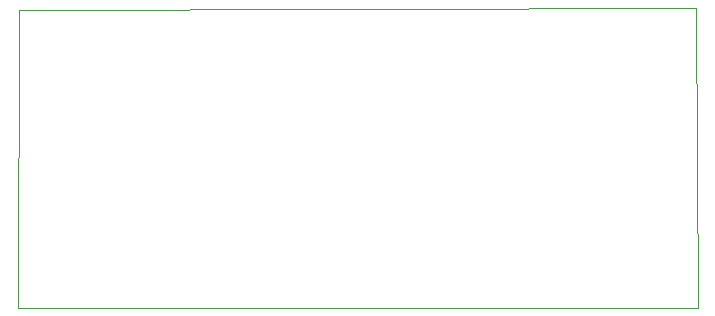
<source format=gbr>
%TF.GenerationSoftware,KiCad,Pcbnew,7.0.11+dfsg-1build4*%
%TF.CreationDate,2026-01-25T21:00:48-05:00*%
%TF.ProjectId,Distortion-02-LQ,44697374-6f72-4746-996f-6e2d30322d4c,rev?*%
%TF.SameCoordinates,Original*%
%TF.FileFunction,Profile,NP*%
%FSLAX46Y46*%
G04 Gerber Fmt 4.6, Leading zero omitted, Abs format (unit mm)*
G04 Created by KiCad (PCBNEW 7.0.11+dfsg-1build4) date 2026-01-25 21:00:48*
%MOMM*%
%LPD*%
G01*
G04 APERTURE LIST*
%TA.AperFunction,Profile*%
%ADD10C,0.100000*%
%TD*%
G04 APERTURE END LIST*
D10*
X108661200Y-80162400D02*
X166014400Y-79984600D01*
X166014400Y-79984600D02*
X166166800Y-105384600D01*
X108585000Y-105384600D02*
X108661200Y-80162400D01*
X166166800Y-105384600D02*
X108585000Y-105384600D01*
M02*

</source>
